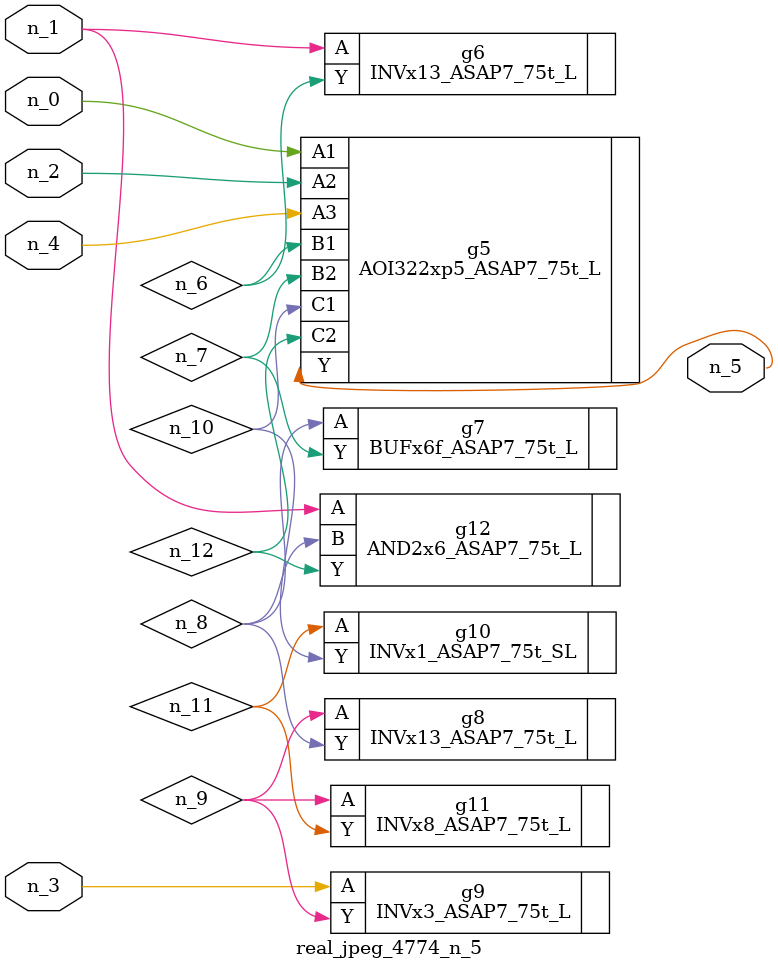
<source format=v>
module real_jpeg_4774_n_5 (n_4, n_0, n_1, n_2, n_3, n_5);

input n_4;
input n_0;
input n_1;
input n_2;
input n_3;

output n_5;

wire n_12;
wire n_8;
wire n_11;
wire n_6;
wire n_7;
wire n_10;
wire n_9;

AOI322xp5_ASAP7_75t_L g5 ( 
.A1(n_0),
.A2(n_2),
.A3(n_4),
.B1(n_6),
.B2(n_7),
.C1(n_10),
.C2(n_12),
.Y(n_5)
);

INVx13_ASAP7_75t_L g6 ( 
.A(n_1),
.Y(n_6)
);

AND2x6_ASAP7_75t_L g12 ( 
.A(n_1),
.B(n_8),
.Y(n_12)
);

INVx3_ASAP7_75t_L g9 ( 
.A(n_3),
.Y(n_9)
);

BUFx6f_ASAP7_75t_L g7 ( 
.A(n_8),
.Y(n_7)
);

INVx13_ASAP7_75t_L g8 ( 
.A(n_9),
.Y(n_8)
);

INVx8_ASAP7_75t_L g11 ( 
.A(n_9),
.Y(n_11)
);

INVx1_ASAP7_75t_SL g10 ( 
.A(n_11),
.Y(n_10)
);


endmodule
</source>
